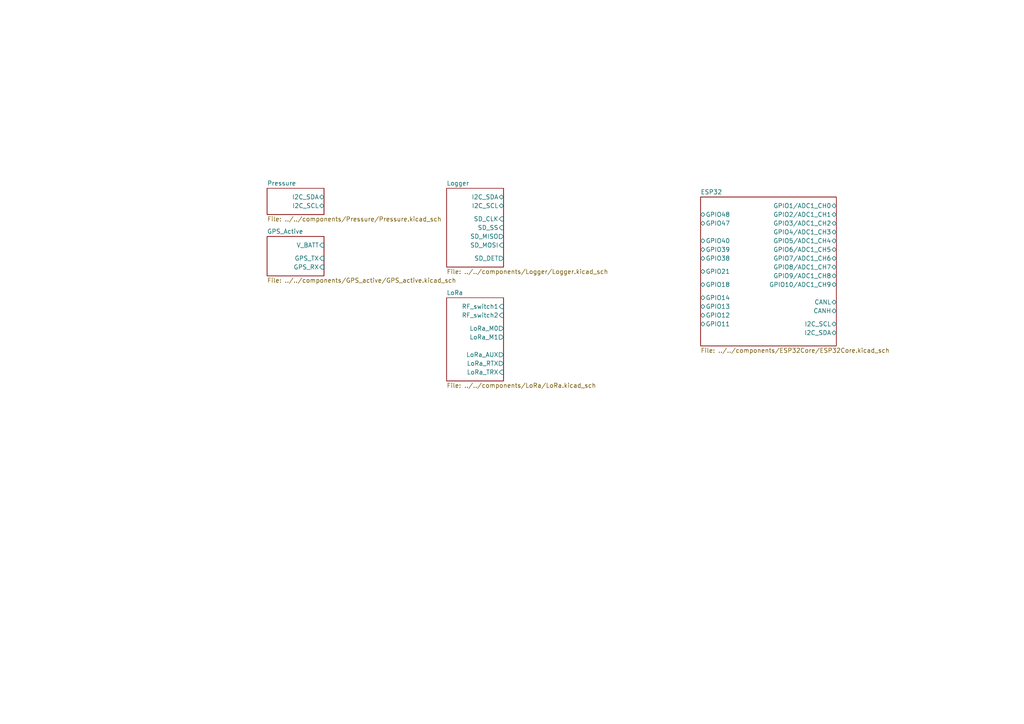
<source format=kicad_sch>
(kicad_sch
	(version 20231120)
	(generator "eeschema")
	(generator_version "8.0")
	(uuid "485a01ee-6a57-485f-8e4c-0ef4d16d0717")
	(paper "A4")
	(lib_symbols)
	(sheet
		(at 203.2 57.15)
		(size 39.37 43.18)
		(fields_autoplaced yes)
		(stroke
			(width 0.1524)
			(type solid)
		)
		(fill
			(color 0 0 0 0.0000)
		)
		(uuid "5cabaded-bd55-4994-a616-0c2b094775d8")
		(property "Sheetname" "ESP32"
			(at 203.2 56.4384 0)
			(effects
				(font
					(size 1.27 1.27)
				)
				(justify left bottom)
			)
		)
		(property "Sheetfile" "../../components/ESP32Core/ESP32Core.kicad_sch"
			(at 203.2 100.9146 0)
			(effects
				(font
					(size 1.27 1.27)
				)
				(justify left top)
			)
		)
		(pin "GPIO3{slash}ADC1_CH2" bidirectional
			(at 242.57 64.77 0)
			(effects
				(font
					(size 1.27 1.27)
				)
				(justify right)
			)
			(uuid "e23042fb-b9fa-4a9c-a519-266673479b24")
		)
		(pin "GPIO2{slash}ADC1_CH1" bidirectional
			(at 242.57 62.23 0)
			(effects
				(font
					(size 1.27 1.27)
				)
				(justify right)
			)
			(uuid "a93a28ee-c356-45e0-b533-97b3d2115aa6")
		)
		(pin "GPIO5{slash}ADC1_CH4" bidirectional
			(at 242.57 69.85 0)
			(effects
				(font
					(size 1.27 1.27)
				)
				(justify right)
			)
			(uuid "a832ea81-eb13-400b-a3b3-bc0cacf78f1b")
		)
		(pin "GPIO4{slash}ADC1_CH3" bidirectional
			(at 242.57 67.31 0)
			(effects
				(font
					(size 1.27 1.27)
				)
				(justify right)
			)
			(uuid "3063782c-1541-4c9a-b787-f818d1e91a6f")
		)
		(pin "GPIO1{slash}ADC1_CH0" bidirectional
			(at 242.57 59.69 0)
			(effects
				(font
					(size 1.27 1.27)
				)
				(justify right)
			)
			(uuid "5c76db8b-2810-46a0-b80d-8a1772bd7edf")
		)
		(pin "GPIO6{slash}ADC1_CH5" bidirectional
			(at 242.57 72.39 0)
			(effects
				(font
					(size 1.27 1.27)
				)
				(justify right)
			)
			(uuid "c647f73e-b1ce-4556-8a08-6f92cdf9cbea")
		)
		(pin "GPIO7{slash}ADC1_CH6" bidirectional
			(at 242.57 74.93 0)
			(effects
				(font
					(size 1.27 1.27)
				)
				(justify right)
			)
			(uuid "1159e756-7b14-41eb-b20e-415b27e13945")
		)
		(pin "CANL" bidirectional
			(at 242.57 87.63 0)
			(effects
				(font
					(size 1.27 1.27)
				)
				(justify right)
			)
			(uuid "d27d0c58-4332-4a2e-801e-43b816467a92")
		)
		(pin "CANH" bidirectional
			(at 242.57 90.17 0)
			(effects
				(font
					(size 1.27 1.27)
				)
				(justify right)
			)
			(uuid "e3348345-c84e-4a95-a35f-042e661839b7")
		)
		(pin "I2C_SCL" bidirectional
			(at 242.57 93.98 0)
			(effects
				(font
					(size 1.27 1.27)
				)
				(justify right)
			)
			(uuid "355a8cb7-aca6-4578-8c9d-619b88936b97")
		)
		(pin "GPIO40" bidirectional
			(at 203.2 69.85 180)
			(effects
				(font
					(size 1.27 1.27)
				)
				(justify left)
			)
			(uuid "9aff766a-3516-4433-af06-65461d4d3f26")
		)
		(pin "GPIO39" bidirectional
			(at 203.2 72.39 180)
			(effects
				(font
					(size 1.27 1.27)
				)
				(justify left)
			)
			(uuid "36793dca-62c9-42e6-8ede-572863dec02d")
		)
		(pin "GPIO13" bidirectional
			(at 203.2 88.9 180)
			(effects
				(font
					(size 1.27 1.27)
				)
				(justify left)
			)
			(uuid "e736aca6-ffd2-4b8d-813c-3e43e5429b66")
		)
		(pin "GPIO12" bidirectional
			(at 203.2 91.44 180)
			(effects
				(font
					(size 1.27 1.27)
				)
				(justify left)
			)
			(uuid "34043e75-7c36-4718-8047-8abc1f452175")
		)
		(pin "GPIO8{slash}ADC1_CH7" bidirectional
			(at 242.57 77.47 0)
			(effects
				(font
					(size 1.27 1.27)
				)
				(justify right)
			)
			(uuid "77679eb2-45ce-4a37-8983-06c738a72250")
		)
		(pin "GPIO9{slash}ADC1_CH8" bidirectional
			(at 242.57 80.01 0)
			(effects
				(font
					(size 1.27 1.27)
				)
				(justify right)
			)
			(uuid "a9471972-7b49-4163-adf7-f4b990379566")
		)
		(pin "GPIO10{slash}ADC1_CH9" bidirectional
			(at 242.57 82.55 0)
			(effects
				(font
					(size 1.27 1.27)
				)
				(justify right)
			)
			(uuid "a64cd5de-c6a6-4cac-9ecf-6c8c547fa003")
		)
		(pin "GPIO11" bidirectional
			(at 203.2 93.98 180)
			(effects
				(font
					(size 1.27 1.27)
				)
				(justify left)
			)
			(uuid "118cbb16-2df2-4e44-bdec-2eb85fc74467")
		)
		(pin "GPIO48" bidirectional
			(at 203.2 62.23 180)
			(effects
				(font
					(size 1.27 1.27)
				)
				(justify left)
			)
			(uuid "2b2741df-e813-451d-8f63-86913891fe08")
		)
		(pin "GPIO47" bidirectional
			(at 203.2 64.77 180)
			(effects
				(font
					(size 1.27 1.27)
				)
				(justify left)
			)
			(uuid "90a955eb-ef4b-4a4f-819d-bb36fdad8116")
		)
		(pin "I2C_SDA" bidirectional
			(at 242.57 96.52 0)
			(effects
				(font
					(size 1.27 1.27)
				)
				(justify right)
			)
			(uuid "51ab3872-ab97-4389-a6d4-8427784df250")
		)
		(pin "GPIO18" bidirectional
			(at 203.2 82.55 180)
			(effects
				(font
					(size 1.27 1.27)
				)
				(justify left)
			)
			(uuid "34749f30-c5d4-4c40-a40c-a49b15be0e16")
		)
		(pin "GPIO21" bidirectional
			(at 203.2 78.74 180)
			(effects
				(font
					(size 1.27 1.27)
				)
				(justify left)
			)
			(uuid "2b4d68a0-633d-44ea-be93-7806301b0456")
		)
		(pin "GPIO14" bidirectional
			(at 203.2 86.36 180)
			(effects
				(font
					(size 1.27 1.27)
				)
				(justify left)
			)
			(uuid "4c57ea0d-c600-4710-aca2-9448426a3546")
		)
		(pin "GPIO38" bidirectional
			(at 203.2 74.93 180)
			(effects
				(font
					(size 1.27 1.27)
				)
				(justify left)
			)
			(uuid "c0e6e34c-81b1-4583-baf7-d42e3de8f365")
		)
		(instances
			(project "Tracker"
				(path "/485a01ee-6a57-485f-8e4c-0ef4d16d0717"
					(page "6")
				)
			)
		)
	)
	(sheet
		(at 77.47 68.58)
		(size 16.51 11.43)
		(fields_autoplaced yes)
		(stroke
			(width 0.1524)
			(type solid)
		)
		(fill
			(color 0 0 0 0.0000)
		)
		(uuid "95f3149b-86c1-42e8-8495-781e8c620d59")
		(property "Sheetname" "GPS_Active"
			(at 77.47 67.8684 0)
			(effects
				(font
					(size 1.27 1.27)
				)
				(justify left bottom)
			)
		)
		(property "Sheetfile" "../../components/GPS_active/GPS_active.kicad_sch"
			(at 77.47 80.5946 0)
			(effects
				(font
					(size 1.27 1.27)
				)
				(justify left top)
			)
		)
		(pin "V_BATT" input
			(at 93.98 71.12 0)
			(effects
				(font
					(size 1.27 1.27)
				)
				(justify right)
			)
			(uuid "19d6a2a1-71fa-4de9-90fb-211b45049267")
		)
		(pin "GPS_TX" input
			(at 93.98 74.93 0)
			(effects
				(font
					(size 1.27 1.27)
				)
				(justify right)
			)
			(uuid "536dc119-96b3-4c99-a290-d042344c5825")
		)
		(pin "GPS_RX" input
			(at 93.98 77.47 0)
			(effects
				(font
					(size 1.27 1.27)
				)
				(justify right)
			)
			(uuid "2d32cc8a-e94b-4476-bd43-72fb8e837d62")
		)
		(instances
			(project "Tracker"
				(path "/485a01ee-6a57-485f-8e4c-0ef4d16d0717"
					(page "5")
				)
			)
		)
	)
	(sheet
		(at 129.54 54.61)
		(size 16.51 22.86)
		(fields_autoplaced yes)
		(stroke
			(width 0.1524)
			(type solid)
		)
		(fill
			(color 0 0 0 0.0000)
		)
		(uuid "a23375f4-2e82-4db5-822a-fa2e41534a72")
		(property "Sheetname" "Logger"
			(at 129.54 53.8984 0)
			(effects
				(font
					(size 1.27 1.27)
				)
				(justify left bottom)
			)
		)
		(property "Sheetfile" "../../components/Logger/Logger.kicad_sch"
			(at 129.54 78.0546 0)
			(effects
				(font
					(size 1.27 1.27)
				)
				(justify left top)
			)
		)
		(pin "SD_DET" output
			(at 146.05 74.93 0)
			(effects
				(font
					(size 1.27 1.27)
				)
				(justify right)
			)
			(uuid "8a5e2501-9038-4f2e-ac6b-d6bb53f581ed")
		)
		(pin "SD_MOSI" input
			(at 146.05 71.12 0)
			(effects
				(font
					(size 1.27 1.27)
				)
				(justify right)
			)
			(uuid "71fd2ea9-b97c-4ed6-972d-85f386a0ac95")
		)
		(pin "SD_MISO" output
			(at 146.05 68.58 0)
			(effects
				(font
					(size 1.27 1.27)
				)
				(justify right)
			)
			(uuid "57a6e978-21ad-4c91-a5cb-1d473e234c14")
		)
		(pin "SD_SS" input
			(at 146.05 66.04 0)
			(effects
				(font
					(size 1.27 1.27)
				)
				(justify right)
			)
			(uuid "b0c740e9-278f-4969-913e-e62c2633c9c8")
		)
		(pin "SD_CLK" input
			(at 146.05 63.5 0)
			(effects
				(font
					(size 1.27 1.27)
				)
				(justify right)
			)
			(uuid "94e9eed9-8bb2-4627-af6d-3f1ed91db1eb")
		)
		(pin "I2C_SCL" bidirectional
			(at 146.05 59.69 0)
			(effects
				(font
					(size 1.27 1.27)
				)
				(justify right)
			)
			(uuid "72dae9eb-6282-410b-91ff-7cbca538559c")
		)
		(pin "I2C_SDA" bidirectional
			(at 146.05 57.15 0)
			(effects
				(font
					(size 1.27 1.27)
				)
				(justify right)
			)
			(uuid "fa0a121f-71a8-44a9-8fdc-95697bd4cb76")
		)
		(instances
			(project "Tracker"
				(path "/485a01ee-6a57-485f-8e4c-0ef4d16d0717"
					(page "4")
				)
			)
		)
	)
	(sheet
		(at 129.54 86.36)
		(size 16.51 24.13)
		(fields_autoplaced yes)
		(stroke
			(width 0.1524)
			(type solid)
		)
		(fill
			(color 0 0 0 0.0000)
		)
		(uuid "efd7ae85-9fe5-4157-81cb-d43dd184a75d")
		(property "Sheetname" "LoRa"
			(at 129.54 85.6484 0)
			(effects
				(font
					(size 1.27 1.27)
				)
				(justify left bottom)
			)
		)
		(property "Sheetfile" "../../components/LoRa/LoRa.kicad_sch"
			(at 129.54 111.0746 0)
			(effects
				(font
					(size 1.27 1.27)
				)
				(justify left top)
			)
		)
		(pin "RF_switch2" input
			(at 146.05 91.44 0)
			(effects
				(font
					(size 1.27 1.27)
				)
				(justify right)
			)
			(uuid "258b8bb9-3ce8-4996-9d71-130c3834c0c4")
		)
		(pin "RF_switch1" input
			(at 146.05 88.9 0)
			(effects
				(font
					(size 1.27 1.27)
				)
				(justify right)
			)
			(uuid "1886ae9e-a5cb-4a9b-bc27-2c54be7e1491")
		)
		(pin "LoRa_M0" output
			(at 146.05 95.25 0)
			(effects
				(font
					(size 1.27 1.27)
				)
				(justify right)
			)
			(uuid "21bb4944-787c-4ab8-81d1-ae7f4617e178")
		)
		(pin "LoRa_AUX" output
			(at 146.05 102.87 0)
			(effects
				(font
					(size 1.27 1.27)
				)
				(justify right)
			)
			(uuid "cb2e2418-05b5-4bb2-b55a-9ad94cbc3860")
		)
		(pin "LoRa_M1" output
			(at 146.05 97.79 0)
			(effects
				(font
					(size 1.27 1.27)
				)
				(justify right)
			)
			(uuid "bee0910a-c510-434b-af3f-f8af9b0ffd7a")
		)
		(pin "LoRa_RTX" output
			(at 146.05 105.41 0)
			(effects
				(font
					(size 1.27 1.27)
				)
				(justify right)
			)
			(uuid "8f143af7-87ef-4c10-a522-b7a58da912d8")
		)
		(pin "LoRa_TRX" input
			(at 146.05 107.95 0)
			(effects
				(font
					(size 1.27 1.27)
				)
				(justify right)
			)
			(uuid "1f6603d1-d60b-4429-a722-c32b5baba470")
		)
		(instances
			(project "Tracker"
				(path "/485a01ee-6a57-485f-8e4c-0ef4d16d0717"
					(page "5")
				)
			)
		)
	)
	(sheet
		(at 77.47 54.61)
		(size 16.51 7.62)
		(fields_autoplaced yes)
		(stroke
			(width 0.1524)
			(type solid)
		)
		(fill
			(color 0 0 0 0.0000)
		)
		(uuid "f2c822c2-ff23-4752-bd0e-ff71e3258c4d")
		(property "Sheetname" "Pressure"
			(at 77.47 53.8984 0)
			(effects
				(font
					(size 1.27 1.27)
				)
				(justify left bottom)
			)
		)
		(property "Sheetfile" "../../components/Pressure/Pressure.kicad_sch"
			(at 77.47 62.8146 0)
			(effects
				(font
					(size 1.27 1.27)
				)
				(justify left top)
			)
		)
		(pin "I2C_SCL" bidirectional
			(at 93.98 59.69 0)
			(effects
				(font
					(size 1.27 1.27)
				)
				(justify right)
			)
			(uuid "0a2a1a3d-5a6a-4644-b4b3-86a9f85db351")
		)
		(pin "I2C_SDA" bidirectional
			(at 93.98 57.15 0)
			(effects
				(font
					(size 1.27 1.27)
				)
				(justify right)
			)
			(uuid "88dcecf0-e889-43b9-9a80-01235a245ba1")
		)
		(instances
			(project "Tracker"
				(path "/485a01ee-6a57-485f-8e4c-0ef4d16d0717"
					(page "3")
				)
			)
		)
	)
	(sheet_instances
		(path "/"
			(page "1")
		)
	)
)
</source>
